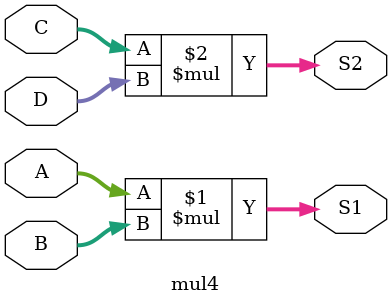
<source format=v>

module mul4 (A, B, C, D, S1, S2);
input  [3:0] A, B;		// A, B ¥|¦ì¤¸µL¸¹¼Æ¿é¤J
output [7:0] S1;		// S1   ¤K¦ì¤¸µL¸¹¼Æ¿é¥X
input  signed [3:0] C, D;	// C, D ¥|¦ì¤¸¦³¸¹¼Æ¿é¤J
output signed [7:0] S2;		// S2   ¤K¦ì¤¸¦³¸¹¼Æ¿é¥X

// ­¼ªk¹Bºâ¤l
assign S1 = A * B;
assign S2 = C * D;

endmodule

</source>
